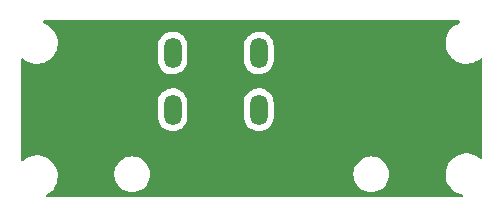
<source format=gbr>
%TF.GenerationSoftware,KiCad,Pcbnew,(5.99.0-12253-gc8b2e69332)*%
%TF.CreationDate,2021-11-11T06:41:09-05:00*%
%TF.ProjectId,980Daughterboard-USB-Mini,39383044-6175-4676-9874-6572626f6172,rev?*%
%TF.SameCoordinates,Original*%
%TF.FileFunction,Copper,L1,Top*%
%TF.FilePolarity,Positive*%
%FSLAX46Y46*%
G04 Gerber Fmt 4.6, Leading zero omitted, Abs format (unit mm)*
G04 Created by KiCad (PCBNEW (5.99.0-12253-gc8b2e69332)) date 2021-11-11 06:41:09*
%MOMM*%
%LPD*%
G01*
G04 APERTURE LIST*
%TA.AperFunction,ComponentPad*%
%ADD10O,1.500000X2.600000*%
%TD*%
G04 APERTURE END LIST*
D10*
X125175000Y-8557500D03*
X117875000Y-8557500D03*
X125175000Y-3757500D03*
X117875000Y-3757500D03*
%TA.AperFunction,NonConductor*%
G36*
X142178182Y-1023002D02*
G01*
X142224675Y-1076658D01*
X142234779Y-1146932D01*
X142205285Y-1211512D01*
X142145321Y-1249966D01*
X142132433Y-1253722D01*
X142128180Y-1255682D01*
X142128179Y-1255683D01*
X142091659Y-1272519D01*
X141895072Y-1363147D01*
X141856067Y-1388720D01*
X141680404Y-1503889D01*
X141680399Y-1503893D01*
X141676491Y-1506455D01*
X141481494Y-1680497D01*
X141314363Y-1881449D01*
X141311934Y-1885452D01*
X141181616Y-2100210D01*
X141178771Y-2104898D01*
X141077697Y-2345934D01*
X141013359Y-2599262D01*
X140987173Y-2859318D01*
X140999713Y-3120387D01*
X141050704Y-3376735D01*
X141139026Y-3622731D01*
X141141242Y-3626855D01*
X141205753Y-3746916D01*
X141262737Y-3852970D01*
X141265532Y-3856713D01*
X141265534Y-3856716D01*
X141416330Y-4058656D01*
X141416335Y-4058662D01*
X141419122Y-4062394D01*
X141422431Y-4065674D01*
X141422436Y-4065680D01*
X141597707Y-4239427D01*
X141604743Y-4246402D01*
X141608505Y-4249160D01*
X141608508Y-4249163D01*
X141765807Y-4364499D01*
X141815524Y-4400953D01*
X141819667Y-4403133D01*
X141819669Y-4403134D01*
X142042684Y-4520468D01*
X142042689Y-4520470D01*
X142046834Y-4522651D01*
X142293590Y-4608823D01*
X142298183Y-4609695D01*
X142545785Y-4656703D01*
X142545788Y-4656703D01*
X142550374Y-4657574D01*
X142680959Y-4662705D01*
X142806875Y-4667653D01*
X142806881Y-4667653D01*
X142811543Y-4667836D01*
X142890977Y-4659136D01*
X143066707Y-4639891D01*
X143066712Y-4639890D01*
X143071360Y-4639381D01*
X143184116Y-4609695D01*
X143319594Y-4574027D01*
X143319596Y-4574026D01*
X143324117Y-4572836D01*
X143564262Y-4469661D01*
X143599071Y-4448121D01*
X143782547Y-4334583D01*
X143782548Y-4334583D01*
X143786519Y-4332125D01*
X143790082Y-4329108D01*
X143790087Y-4329105D01*
X143909588Y-4227939D01*
X143974504Y-4199191D01*
X144044657Y-4210102D01*
X144097774Y-4257209D01*
X144117000Y-4324106D01*
X144117000Y-12595502D01*
X144096998Y-12663623D01*
X144043342Y-12710116D01*
X143973068Y-12720220D01*
X143904667Y-12687277D01*
X143863172Y-12648242D01*
X143863166Y-12648237D01*
X143859763Y-12645036D01*
X143654591Y-12502702D01*
X143648851Y-12498720D01*
X143648848Y-12498718D01*
X143645009Y-12496055D01*
X143640816Y-12493987D01*
X143414781Y-12382519D01*
X143414778Y-12382518D01*
X143410593Y-12380454D01*
X143364449Y-12365683D01*
X143166123Y-12302199D01*
X143161665Y-12300772D01*
X142903693Y-12258758D01*
X142789942Y-12257269D01*
X142647022Y-12255398D01*
X142647019Y-12255398D01*
X142642345Y-12255337D01*
X142383362Y-12290583D01*
X142132433Y-12363722D01*
X142128180Y-12365682D01*
X142128179Y-12365683D01*
X142091659Y-12382519D01*
X141895072Y-12473147D01*
X141856067Y-12498720D01*
X141680404Y-12613889D01*
X141680399Y-12613893D01*
X141676491Y-12616455D01*
X141481494Y-12790497D01*
X141314363Y-12991449D01*
X141311934Y-12995452D01*
X141185444Y-13203902D01*
X141178771Y-13214898D01*
X141077697Y-13455934D01*
X141013359Y-13709262D01*
X140987173Y-13969318D01*
X140999713Y-14230387D01*
X141050704Y-14486735D01*
X141139026Y-14732731D01*
X141141242Y-14736855D01*
X141258781Y-14955607D01*
X141262737Y-14962970D01*
X141265532Y-14966713D01*
X141265534Y-14966716D01*
X141416330Y-15168656D01*
X141416335Y-15168662D01*
X141419122Y-15172394D01*
X141422431Y-15175674D01*
X141422436Y-15175680D01*
X141601426Y-15353114D01*
X141604743Y-15356402D01*
X141608505Y-15359160D01*
X141608508Y-15359163D01*
X141794869Y-15495808D01*
X141815524Y-15510953D01*
X141819667Y-15513133D01*
X141819669Y-15513134D01*
X142042684Y-15630468D01*
X142042689Y-15630470D01*
X142046834Y-15632651D01*
X142293590Y-15718823D01*
X142298183Y-15719695D01*
X142390444Y-15737211D01*
X142453638Y-15769568D01*
X142489307Y-15830954D01*
X142486126Y-15901879D01*
X142445105Y-15959826D01*
X142379268Y-15986396D01*
X142366942Y-15987000D01*
X107281093Y-15987000D01*
X107212972Y-15966998D01*
X107166479Y-15913342D01*
X107156375Y-15843068D01*
X107185869Y-15778488D01*
X107214790Y-15753855D01*
X107269993Y-15719695D01*
X107436519Y-15616646D01*
X107440082Y-15613629D01*
X107440087Y-15613626D01*
X107632439Y-15450787D01*
X107632440Y-15450786D01*
X107636005Y-15447768D01*
X107656736Y-15424128D01*
X107805257Y-15254774D01*
X107805261Y-15254769D01*
X107808339Y-15251259D01*
X107814142Y-15242238D01*
X107940305Y-15046094D01*
X107949733Y-15031437D01*
X108057083Y-14793129D01*
X108075359Y-14728327D01*
X108126760Y-14546076D01*
X108126761Y-14546073D01*
X108128030Y-14541572D01*
X108161014Y-14282291D01*
X108163431Y-14190000D01*
X108150462Y-14015479D01*
X112936835Y-14015479D01*
X112955465Y-14252190D01*
X112956619Y-14256997D01*
X112956620Y-14257003D01*
X112963443Y-14285421D01*
X113010895Y-14483073D01*
X113012788Y-14487644D01*
X113012789Y-14487646D01*
X113091892Y-14678618D01*
X113101760Y-14702442D01*
X113104346Y-14706662D01*
X113223241Y-14900681D01*
X113223245Y-14900687D01*
X113225824Y-14904895D01*
X113380031Y-15085448D01*
X113560584Y-15239655D01*
X113564792Y-15242234D01*
X113564798Y-15242238D01*
X113698259Y-15324023D01*
X113763037Y-15363719D01*
X113767607Y-15365612D01*
X113767611Y-15365614D01*
X113973239Y-15450787D01*
X113982406Y-15454584D01*
X114062609Y-15473839D01*
X114208476Y-15508859D01*
X114208482Y-15508860D01*
X114213289Y-15510014D01*
X114450000Y-15528644D01*
X114686711Y-15510014D01*
X114691518Y-15508860D01*
X114691524Y-15508859D01*
X114837391Y-15473839D01*
X114917594Y-15454584D01*
X114926761Y-15450787D01*
X115132389Y-15365614D01*
X115132393Y-15365612D01*
X115136963Y-15363719D01*
X115201741Y-15324023D01*
X115335202Y-15242238D01*
X115335208Y-15242234D01*
X115339416Y-15239655D01*
X115519969Y-15085448D01*
X115674176Y-14904895D01*
X115676755Y-14900687D01*
X115676759Y-14900681D01*
X115795654Y-14706662D01*
X115798240Y-14702442D01*
X115808109Y-14678618D01*
X115887211Y-14487646D01*
X115887212Y-14487644D01*
X115889105Y-14483073D01*
X115936557Y-14285421D01*
X115943380Y-14257003D01*
X115943381Y-14256997D01*
X115944535Y-14252190D01*
X115963165Y-14015479D01*
X133186835Y-14015479D01*
X133205465Y-14252190D01*
X133206619Y-14256997D01*
X133206620Y-14257003D01*
X133213443Y-14285421D01*
X133260895Y-14483073D01*
X133262788Y-14487644D01*
X133262789Y-14487646D01*
X133341892Y-14678618D01*
X133351760Y-14702442D01*
X133354346Y-14706662D01*
X133473241Y-14900681D01*
X133473245Y-14900687D01*
X133475824Y-14904895D01*
X133630031Y-15085448D01*
X133810584Y-15239655D01*
X133814792Y-15242234D01*
X133814798Y-15242238D01*
X133948259Y-15324023D01*
X134013037Y-15363719D01*
X134017607Y-15365612D01*
X134017611Y-15365614D01*
X134223239Y-15450787D01*
X134232406Y-15454584D01*
X134312609Y-15473839D01*
X134458476Y-15508859D01*
X134458482Y-15508860D01*
X134463289Y-15510014D01*
X134700000Y-15528644D01*
X134936711Y-15510014D01*
X134941518Y-15508860D01*
X134941524Y-15508859D01*
X135087391Y-15473839D01*
X135167594Y-15454584D01*
X135176761Y-15450787D01*
X135382389Y-15365614D01*
X135382393Y-15365612D01*
X135386963Y-15363719D01*
X135451741Y-15324023D01*
X135585202Y-15242238D01*
X135585208Y-15242234D01*
X135589416Y-15239655D01*
X135769969Y-15085448D01*
X135924176Y-14904895D01*
X135926755Y-14900687D01*
X135926759Y-14900681D01*
X136045654Y-14706662D01*
X136048240Y-14702442D01*
X136058109Y-14678618D01*
X136137211Y-14487646D01*
X136137212Y-14487644D01*
X136139105Y-14483073D01*
X136186557Y-14285421D01*
X136193380Y-14257003D01*
X136193381Y-14256997D01*
X136194535Y-14252190D01*
X136213165Y-14015479D01*
X136194535Y-13778768D01*
X136176760Y-13704727D01*
X136140260Y-13552697D01*
X136139105Y-13547885D01*
X136048240Y-13328516D01*
X135981258Y-13219212D01*
X135926759Y-13130277D01*
X135926755Y-13130271D01*
X135924176Y-13126063D01*
X135769969Y-12945510D01*
X135589416Y-12791303D01*
X135585208Y-12788724D01*
X135585202Y-12788720D01*
X135391183Y-12669825D01*
X135386963Y-12667239D01*
X135382393Y-12665346D01*
X135382389Y-12665344D01*
X135172167Y-12578268D01*
X135172165Y-12578267D01*
X135167594Y-12576374D01*
X135078461Y-12554975D01*
X134941524Y-12522099D01*
X134941518Y-12522098D01*
X134936711Y-12520944D01*
X134700000Y-12502314D01*
X134463289Y-12520944D01*
X134458482Y-12522098D01*
X134458476Y-12522099D01*
X134321539Y-12554975D01*
X134232406Y-12576374D01*
X134227835Y-12578267D01*
X134227833Y-12578268D01*
X134017611Y-12665344D01*
X134017607Y-12665346D01*
X134013037Y-12667239D01*
X134008817Y-12669825D01*
X133814798Y-12788720D01*
X133814792Y-12788724D01*
X133810584Y-12791303D01*
X133630031Y-12945510D01*
X133475824Y-13126063D01*
X133473245Y-13130271D01*
X133473241Y-13130277D01*
X133418742Y-13219212D01*
X133351760Y-13328516D01*
X133260895Y-13547885D01*
X133259740Y-13552697D01*
X133223241Y-13704727D01*
X133205465Y-13778768D01*
X133186835Y-14015479D01*
X115963165Y-14015479D01*
X115944535Y-13778768D01*
X115926760Y-13704727D01*
X115890260Y-13552697D01*
X115889105Y-13547885D01*
X115798240Y-13328516D01*
X115731258Y-13219212D01*
X115676759Y-13130277D01*
X115676755Y-13130271D01*
X115674176Y-13126063D01*
X115519969Y-12945510D01*
X115339416Y-12791303D01*
X115335208Y-12788724D01*
X115335202Y-12788720D01*
X115141183Y-12669825D01*
X115136963Y-12667239D01*
X115132393Y-12665346D01*
X115132389Y-12665344D01*
X114922167Y-12578268D01*
X114922165Y-12578267D01*
X114917594Y-12576374D01*
X114828461Y-12554975D01*
X114691524Y-12522099D01*
X114691518Y-12522098D01*
X114686711Y-12520944D01*
X114450000Y-12502314D01*
X114213289Y-12520944D01*
X114208482Y-12522098D01*
X114208476Y-12522099D01*
X114071539Y-12554975D01*
X113982406Y-12576374D01*
X113977835Y-12578267D01*
X113977833Y-12578268D01*
X113767611Y-12665344D01*
X113767607Y-12665346D01*
X113763037Y-12667239D01*
X113758817Y-12669825D01*
X113564798Y-12788720D01*
X113564792Y-12788724D01*
X113560584Y-12791303D01*
X113380031Y-12945510D01*
X113225824Y-13126063D01*
X113223245Y-13130271D01*
X113223241Y-13130277D01*
X113168742Y-13219212D01*
X113101760Y-13328516D01*
X113010895Y-13547885D01*
X113009740Y-13552697D01*
X112973241Y-13704727D01*
X112955465Y-13778768D01*
X112936835Y-14015479D01*
X108150462Y-14015479D01*
X108144407Y-13934000D01*
X108144406Y-13933996D01*
X108144061Y-13929348D01*
X108111105Y-13783702D01*
X108087408Y-13678980D01*
X108086377Y-13674423D01*
X108001412Y-13455934D01*
X107993340Y-13435176D01*
X107993339Y-13435173D01*
X107991647Y-13430823D01*
X107861951Y-13203902D01*
X107700138Y-12998643D01*
X107509763Y-12819557D01*
X107352005Y-12710116D01*
X107298851Y-12673241D01*
X107298848Y-12673239D01*
X107295009Y-12670576D01*
X107290816Y-12668508D01*
X107064781Y-12557040D01*
X107064778Y-12557039D01*
X107060593Y-12554975D01*
X107014449Y-12540204D01*
X106816123Y-12476720D01*
X106811665Y-12475293D01*
X106553693Y-12433279D01*
X106439942Y-12431790D01*
X106297022Y-12429919D01*
X106297019Y-12429919D01*
X106292345Y-12429858D01*
X106033362Y-12465104D01*
X106028876Y-12466412D01*
X106028874Y-12466412D01*
X106000988Y-12474540D01*
X105782433Y-12538243D01*
X105778180Y-12540203D01*
X105778179Y-12540204D01*
X105741659Y-12557040D01*
X105545072Y-12647668D01*
X105506067Y-12673241D01*
X105330404Y-12788410D01*
X105330399Y-12788414D01*
X105326491Y-12790976D01*
X105322999Y-12794093D01*
X105242901Y-12865583D01*
X105178760Y-12896021D01*
X105108345Y-12886949D01*
X105054013Y-12841249D01*
X105033000Y-12771580D01*
X105033000Y-7919275D01*
X116616500Y-7919275D01*
X116616500Y-9164499D01*
X116616749Y-9167286D01*
X116616749Y-9167292D01*
X116623009Y-9237429D01*
X116631383Y-9331262D01*
X116690663Y-9547951D01*
X116787378Y-9750718D01*
X116918471Y-9933154D01*
X117079799Y-10089492D01*
X117266262Y-10214790D01*
X117471967Y-10305088D01*
X117477418Y-10306397D01*
X117477422Y-10306398D01*
X117684954Y-10356222D01*
X117690411Y-10357532D01*
X117774475Y-10362379D01*
X117909083Y-10370140D01*
X117909086Y-10370140D01*
X117914690Y-10370463D01*
X118137715Y-10343475D01*
X118352435Y-10277418D01*
X118357415Y-10274848D01*
X118357419Y-10274846D01*
X118547081Y-10176954D01*
X118547082Y-10176954D01*
X118552064Y-10174382D01*
X118730292Y-10037623D01*
X118881485Y-9871464D01*
X119000864Y-9681156D01*
X119084656Y-9472717D01*
X119130213Y-9252733D01*
X119133500Y-9195725D01*
X119133500Y-7950501D01*
X119130714Y-7919275D01*
X123916500Y-7919275D01*
X123916500Y-9164499D01*
X123916749Y-9167286D01*
X123916749Y-9167292D01*
X123923009Y-9237429D01*
X123931383Y-9331262D01*
X123990663Y-9547951D01*
X124087378Y-9750718D01*
X124218471Y-9933154D01*
X124379799Y-10089492D01*
X124566262Y-10214790D01*
X124771967Y-10305088D01*
X124777418Y-10306397D01*
X124777422Y-10306398D01*
X124984954Y-10356222D01*
X124990411Y-10357532D01*
X125074475Y-10362379D01*
X125209083Y-10370140D01*
X125209086Y-10370140D01*
X125214690Y-10370463D01*
X125437715Y-10343475D01*
X125652435Y-10277418D01*
X125657415Y-10274848D01*
X125657419Y-10274846D01*
X125847081Y-10176954D01*
X125847082Y-10176954D01*
X125852064Y-10174382D01*
X126030292Y-10037623D01*
X126181485Y-9871464D01*
X126300864Y-9681156D01*
X126384656Y-9472717D01*
X126430213Y-9252733D01*
X126433500Y-9195725D01*
X126433500Y-7950501D01*
X126430551Y-7917452D01*
X126419116Y-7789333D01*
X126418617Y-7783738D01*
X126359337Y-7567049D01*
X126262622Y-7364282D01*
X126131529Y-7181846D01*
X125970201Y-7025508D01*
X125783738Y-6900210D01*
X125578033Y-6809912D01*
X125572582Y-6808603D01*
X125572578Y-6808602D01*
X125365046Y-6758778D01*
X125365045Y-6758778D01*
X125359589Y-6757468D01*
X125275525Y-6752621D01*
X125140917Y-6744860D01*
X125140914Y-6744860D01*
X125135310Y-6744537D01*
X124912285Y-6771525D01*
X124697565Y-6837582D01*
X124692585Y-6840152D01*
X124692581Y-6840154D01*
X124502919Y-6938046D01*
X124497936Y-6940618D01*
X124319708Y-7077377D01*
X124168515Y-7243536D01*
X124049136Y-7433844D01*
X123965344Y-7642283D01*
X123919787Y-7862267D01*
X123916500Y-7919275D01*
X119130714Y-7919275D01*
X119130551Y-7917452D01*
X119119116Y-7789333D01*
X119118617Y-7783738D01*
X119059337Y-7567049D01*
X118962622Y-7364282D01*
X118831529Y-7181846D01*
X118670201Y-7025508D01*
X118483738Y-6900210D01*
X118278033Y-6809912D01*
X118272582Y-6808603D01*
X118272578Y-6808602D01*
X118065046Y-6758778D01*
X118065045Y-6758778D01*
X118059589Y-6757468D01*
X117975525Y-6752621D01*
X117840917Y-6744860D01*
X117840914Y-6744860D01*
X117835310Y-6744537D01*
X117612285Y-6771525D01*
X117397565Y-6837582D01*
X117392585Y-6840152D01*
X117392581Y-6840154D01*
X117202919Y-6938046D01*
X117197936Y-6940618D01*
X117019708Y-7077377D01*
X116868515Y-7243536D01*
X116749136Y-7433844D01*
X116665344Y-7642283D01*
X116619787Y-7862267D01*
X116616500Y-7919275D01*
X105033000Y-7919275D01*
X105033000Y-4328909D01*
X105053002Y-4260788D01*
X105106658Y-4214295D01*
X105176932Y-4204191D01*
X105241512Y-4233685D01*
X105247705Y-4239425D01*
X105254743Y-4246402D01*
X105258505Y-4249160D01*
X105258508Y-4249163D01*
X105415807Y-4364499D01*
X105465524Y-4400953D01*
X105469667Y-4403133D01*
X105469669Y-4403134D01*
X105692684Y-4520468D01*
X105692689Y-4520470D01*
X105696834Y-4522651D01*
X105943590Y-4608823D01*
X105948183Y-4609695D01*
X106195785Y-4656703D01*
X106195788Y-4656703D01*
X106200374Y-4657574D01*
X106330959Y-4662705D01*
X106456875Y-4667653D01*
X106456881Y-4667653D01*
X106461543Y-4667836D01*
X106540977Y-4659136D01*
X106716707Y-4639891D01*
X106716712Y-4639890D01*
X106721360Y-4639381D01*
X106834116Y-4609695D01*
X106969594Y-4574027D01*
X106969596Y-4574026D01*
X106974117Y-4572836D01*
X107214262Y-4469661D01*
X107249071Y-4448121D01*
X107432547Y-4334583D01*
X107432548Y-4334583D01*
X107436519Y-4332125D01*
X107440082Y-4329108D01*
X107440087Y-4329105D01*
X107632439Y-4166266D01*
X107632440Y-4166265D01*
X107636005Y-4163247D01*
X107767000Y-4013876D01*
X107805257Y-3970253D01*
X107805261Y-3970248D01*
X107808339Y-3966738D01*
X107949733Y-3746916D01*
X108057083Y-3508608D01*
X108128030Y-3257051D01*
X108145325Y-3121099D01*
X108145557Y-3119275D01*
X116616500Y-3119275D01*
X116616500Y-4364499D01*
X116616749Y-4367286D01*
X116616749Y-4367292D01*
X116619506Y-4398186D01*
X116631383Y-4531262D01*
X116632864Y-4536676D01*
X116632865Y-4536681D01*
X116652840Y-4609695D01*
X116690663Y-4747951D01*
X116787378Y-4950718D01*
X116918471Y-5133154D01*
X117079799Y-5289492D01*
X117266262Y-5414790D01*
X117471967Y-5505088D01*
X117477418Y-5506397D01*
X117477422Y-5506398D01*
X117684954Y-5556222D01*
X117690411Y-5557532D01*
X117774475Y-5562379D01*
X117909083Y-5570140D01*
X117909086Y-5570140D01*
X117914690Y-5570463D01*
X118137715Y-5543475D01*
X118352435Y-5477418D01*
X118357415Y-5474848D01*
X118357419Y-5474846D01*
X118547081Y-5376954D01*
X118547082Y-5376954D01*
X118552064Y-5374382D01*
X118730292Y-5237623D01*
X118881485Y-5071464D01*
X119000864Y-4881156D01*
X119084656Y-4672717D01*
X119130213Y-4452733D01*
X119133500Y-4395725D01*
X119133500Y-3150501D01*
X119130813Y-3120387D01*
X119130714Y-3119275D01*
X123916500Y-3119275D01*
X123916500Y-4364499D01*
X123916749Y-4367286D01*
X123916749Y-4367292D01*
X123919506Y-4398186D01*
X123931383Y-4531262D01*
X123932864Y-4536676D01*
X123932865Y-4536681D01*
X123952840Y-4609695D01*
X123990663Y-4747951D01*
X124087378Y-4950718D01*
X124218471Y-5133154D01*
X124379799Y-5289492D01*
X124566262Y-5414790D01*
X124771967Y-5505088D01*
X124777418Y-5506397D01*
X124777422Y-5506398D01*
X124984954Y-5556222D01*
X124990411Y-5557532D01*
X125074475Y-5562379D01*
X125209083Y-5570140D01*
X125209086Y-5570140D01*
X125214690Y-5570463D01*
X125437715Y-5543475D01*
X125652435Y-5477418D01*
X125657415Y-5474848D01*
X125657419Y-5474846D01*
X125847081Y-5376954D01*
X125847082Y-5376954D01*
X125852064Y-5374382D01*
X126030292Y-5237623D01*
X126181485Y-5071464D01*
X126300864Y-4881156D01*
X126384656Y-4672717D01*
X126430213Y-4452733D01*
X126433500Y-4395725D01*
X126433500Y-3150501D01*
X126430813Y-3120387D01*
X126425222Y-3057743D01*
X126418617Y-2983738D01*
X126359337Y-2767049D01*
X126262622Y-2564282D01*
X126131529Y-2381846D01*
X126020207Y-2273967D01*
X125974229Y-2229411D01*
X125974226Y-2229409D01*
X125970201Y-2225508D01*
X125783738Y-2100210D01*
X125578033Y-2009912D01*
X125572582Y-2008603D01*
X125572578Y-2008602D01*
X125365046Y-1958778D01*
X125365045Y-1958778D01*
X125359589Y-1957468D01*
X125275525Y-1952621D01*
X125140917Y-1944860D01*
X125140914Y-1944860D01*
X125135310Y-1944537D01*
X124912285Y-1971525D01*
X124697565Y-2037582D01*
X124692585Y-2040152D01*
X124692581Y-2040154D01*
X124567142Y-2104898D01*
X124497936Y-2140618D01*
X124493489Y-2144031D01*
X124493488Y-2144031D01*
X124479922Y-2154440D01*
X124319708Y-2277377D01*
X124168515Y-2443536D01*
X124165537Y-2448283D01*
X124165535Y-2448286D01*
X124114057Y-2530350D01*
X124049136Y-2633844D01*
X123965344Y-2842283D01*
X123919787Y-3062267D01*
X123916500Y-3119275D01*
X119130714Y-3119275D01*
X119125222Y-3057743D01*
X119118617Y-2983738D01*
X119059337Y-2767049D01*
X118962622Y-2564282D01*
X118831529Y-2381846D01*
X118720207Y-2273967D01*
X118674229Y-2229411D01*
X118674226Y-2229409D01*
X118670201Y-2225508D01*
X118483738Y-2100210D01*
X118278033Y-2009912D01*
X118272582Y-2008603D01*
X118272578Y-2008602D01*
X118065046Y-1958778D01*
X118065045Y-1958778D01*
X118059589Y-1957468D01*
X117975525Y-1952621D01*
X117840917Y-1944860D01*
X117840914Y-1944860D01*
X117835310Y-1944537D01*
X117612285Y-1971525D01*
X117397565Y-2037582D01*
X117392585Y-2040152D01*
X117392581Y-2040154D01*
X117267142Y-2104898D01*
X117197936Y-2140618D01*
X117193489Y-2144031D01*
X117193488Y-2144031D01*
X117179922Y-2154440D01*
X117019708Y-2277377D01*
X116868515Y-2443536D01*
X116865537Y-2448283D01*
X116865535Y-2448286D01*
X116814057Y-2530350D01*
X116749136Y-2633844D01*
X116665344Y-2842283D01*
X116619787Y-3062267D01*
X116616500Y-3119275D01*
X108145557Y-3119275D01*
X108160616Y-3000900D01*
X108160616Y-3000896D01*
X108161014Y-2997770D01*
X108161382Y-2983738D01*
X108163348Y-2908639D01*
X108163431Y-2905479D01*
X108159655Y-2854664D01*
X108144407Y-2649479D01*
X108144406Y-2649475D01*
X108144061Y-2644827D01*
X108140502Y-2629095D01*
X108087408Y-2394459D01*
X108086377Y-2389902D01*
X108025022Y-2232126D01*
X107993340Y-2150655D01*
X107993339Y-2150652D01*
X107991647Y-2146302D01*
X107988399Y-2140618D01*
X107928566Y-2035933D01*
X107861951Y-1919381D01*
X107700138Y-1714122D01*
X107509763Y-1535036D01*
X107317923Y-1401951D01*
X107298851Y-1388720D01*
X107298848Y-1388718D01*
X107295009Y-1386055D01*
X107290816Y-1383987D01*
X107064781Y-1272519D01*
X107064778Y-1272518D01*
X107060593Y-1270454D01*
X107014449Y-1255683D01*
X106993577Y-1249002D01*
X106934797Y-1209184D01*
X106906875Y-1143909D01*
X106918676Y-1073900D01*
X106966454Y-1021385D01*
X107031990Y-1003000D01*
X142110061Y-1003000D01*
X142178182Y-1023002D01*
G37*
%TD.AperFunction*%
M02*

</source>
